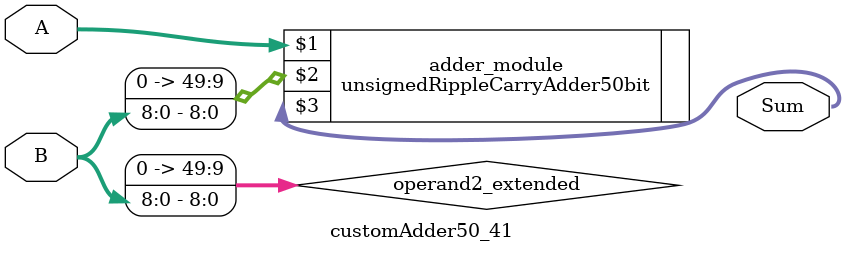
<source format=v>
module customAdder50_41(
                        input [49 : 0] A,
                        input [8 : 0] B,
                        
                        output [50 : 0] Sum
                );

        wire [49 : 0] operand2_extended;
        
        assign operand2_extended =  {41'b0, B};
        
        unsignedRippleCarryAdder50bit adder_module(
            A,
            operand2_extended,
            Sum
        );
        
        endmodule
        
</source>
